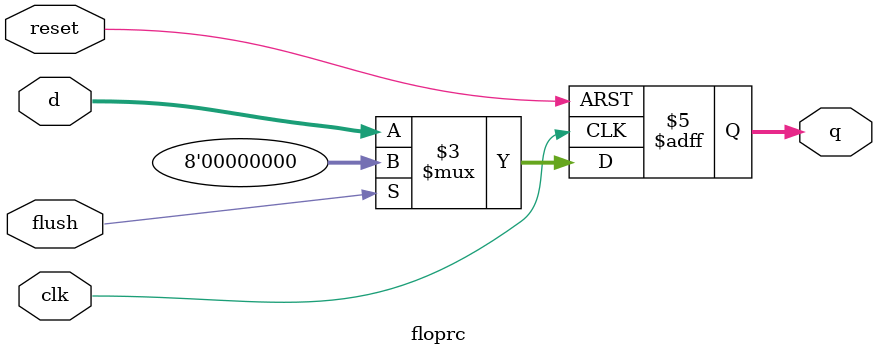
<source format=v>
`timescale 1ns / 1ps

module floprc #(parameter WIDTH=8) (
    input clk, reset,
    input flush, 
    input [WIDTH-1:0] d, 
    output reg [WIDTH-1:0] q
);
    always @(posedge clk or posedge reset) 
        if(reset) q<=0; 
        else if(flush) q<=0;
        else q<=d; 
    
endmodule

</source>
